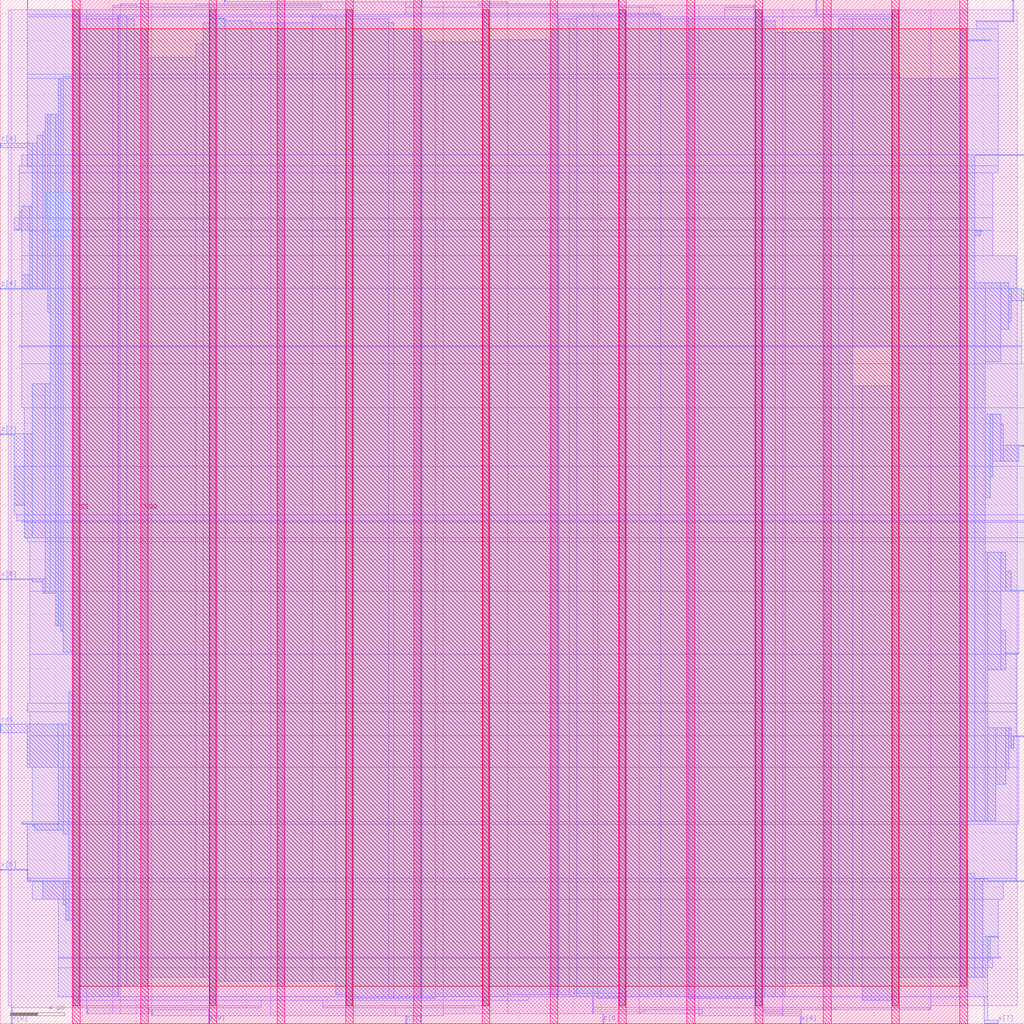
<source format=lef>
VERSION 5.8 ;
BUSBITCHARS "[]" ;
DIVIDERCHAR "/" ;
UNITS
    DATABASE MICRONS 2000 ;
END UNITS

VIA via1_2_1120_340_1_3_300_300
  VIARULE Via1Array-0 ;
  CUTSIZE 0.07 0.07 ;
  LAYERS metal1 via1 metal2 ;
  CUTSPACING 0.08 0.08 ;
  ENCLOSURE 0.035 0.05 0.035 0.035 ;
  ROWCOL 1 3 ;
END via1_2_1120_340_1_3_300_300

VIA via2_3_1120_340_1_3_320_320
  VIARULE Via2Array-0 ;
  CUTSIZE 0.07 0.07 ;
  LAYERS metal2 via2 metal3 ;
  CUTSPACING 0.09 0.09 ;
  ENCLOSURE 0.035 0.035 0.035 0.035 ;
  ROWCOL 1 3 ;
END via2_3_1120_340_1_3_320_320

VIA via3_4_1120_340_1_3_320_320
  VIARULE Via3Array-0 ;
  CUTSIZE 0.07 0.07 ;
  LAYERS metal3 via3 metal4 ;
  CUTSPACING 0.09 0.09 ;
  ENCLOSURE 0.035 0.035 0.035 0.035 ;
  ROWCOL 1 3 ;
END via3_4_1120_340_1_3_320_320

VIA via4_5_1120_340_1_2_600_600
  VIARULE Via4Array-0 ;
  CUTSIZE 0.14 0.14 ;
  LAYERS metal4 via4 metal5 ;
  CUTSPACING 0.16 0.16 ;
  ENCLOSURE 0 0 0 0 ;
  ROWCOL 1 2 ;
END via4_5_1120_340_1_2_600_600

VIA via5_6_1120_340_1_2_600_600
  VIARULE Via5Array-0 ;
  CUTSIZE 0.14 0.14 ;
  LAYERS metal5 via5 metal6 ;
  CUTSPACING 0.16 0.16 ;
  ENCLOSURE 0 0 0.06 0 ;
  ROWCOL 1 2 ;
END via5_6_1120_340_1_2_600_600

MACRO iir
  FOREIGN iir 0 0 ;
  CLASS BLOCK ;
  SIZE 75 BY 75 ;
  PIN clk
    DIRECTION INPUT ;
    USE SIGNAL ;
    PORT
      LAYER metal2 ;
        RECT  59.72 74.93 59.79 75 ;
    END
  END clk
  PIN rst
    DIRECTION INPUT ;
    USE SIGNAL ;
    PORT
      LAYER metal3 ;
        RECT  0 21.875 0.07 21.945 ;
    END
  END rst
  PIN x[0]
    DIRECTION INPUT ;
    USE SIGNAL ;
    PORT
      LAYER metal2 ;
        RECT  16.4 74.93 16.47 75 ;
    END
  END x[0]
  PIN x[10]
    DIRECTION INPUT ;
    USE SIGNAL ;
    PORT
      LAYER metal3 ;
        RECT  74.93 63.595 75 63.665 ;
    END
  END x[10]
  PIN x[1]
    DIRECTION INPUT ;
    USE SIGNAL ;
    PORT
      LAYER metal3 ;
        RECT  74.93 42.315 75 42.385 ;
    END
  END x[1]
  PIN x[2]
    DIRECTION INPUT ;
    USE SIGNAL ;
    PORT
      LAYER metal3 ;
        RECT  74.93 21.035 75 21.105 ;
    END
  END x[2]
  PIN x[3]
    DIRECTION INPUT ;
    USE SIGNAL ;
    PORT
      LAYER metal2 ;
        RECT  74.16 74.93 74.23 75 ;
    END
  END x[3]
  PIN x[4]
    DIRECTION INPUT ;
    USE SIGNAL ;
    PORT
      LAYER metal2 ;
        RECT  58.58 0 58.65 0.07 ;
    END
  END x[4]
  PIN x[5]
    DIRECTION INPUT ;
    USE SIGNAL ;
    PORT
      LAYER metal3 ;
        RECT  0 32.515 0.07 32.585 ;
    END
  END x[5]
  PIN x[6]
    DIRECTION INPUT ;
    USE SIGNAL ;
    PORT
      LAYER metal3 ;
        RECT  0 11.235 0.07 11.305 ;
    END
  END x[6]
  PIN x[7]
    DIRECTION INPUT ;
    USE SIGNAL ;
    PORT
      LAYER metal2 ;
        RECT  73.02 0 73.09 0.07 ;
    END
  END x[7]
  PIN x[8]
    DIRECTION INPUT ;
    USE SIGNAL ;
    PORT
      LAYER metal2 ;
        RECT  0.82 0 0.89 0.07 ;
    END
  END x[8]
  PIN x[9]
    DIRECTION INPUT ;
    USE SIGNAL ;
    PORT
      LAYER metal2 ;
        RECT  15.26 0 15.33 0.07 ;
    END
  END x[9]
  PIN z[0]
    DIRECTION OUTPUT ;
    USE SIGNAL ;
    PORT
      LAYER metal2 ;
        RECT  30.84 74.93 30.91 75 ;
    END
  END z[0]
  PIN z[10]
    DIRECTION OUTPUT ;
    USE SIGNAL ;
    PORT
      LAYER metal3 ;
        RECT  74.93 10.395 75 10.465 ;
    END
  END z[10]
  PIN z[1]
    DIRECTION OUTPUT ;
    USE SIGNAL ;
    PORT
      LAYER metal2 ;
        RECT  29.7 0 29.77 0.07 ;
    END
  END z[1]
  PIN z[2]
    DIRECTION OUTPUT ;
    USE SIGNAL ;
    PORT
      LAYER metal2 ;
        RECT  1.96 74.93 2.03 75 ;
    END
  END z[2]
  PIN z[3]
    DIRECTION OUTPUT ;
    USE SIGNAL ;
    PORT
      LAYER metal3 ;
        RECT  74.93 52.955 75 53.025 ;
    END
  END z[3]
  PIN z[4]
    DIRECTION OUTPUT ;
    USE SIGNAL ;
    PORT
      LAYER metal3 ;
        RECT  0 53.795 0.07 53.865 ;
    END
  END z[4]
  PIN z[5]
    DIRECTION OUTPUT ;
    USE SIGNAL ;
    PORT
      LAYER metal2 ;
        RECT  45.28 74.93 45.35 75 ;
    END
  END z[5]
  PIN z[6]
    DIRECTION OUTPUT ;
    USE SIGNAL ;
    PORT
      LAYER metal2 ;
        RECT  44.14 0 44.21 0.07 ;
    END
  END z[6]
  PIN z[7]
    DIRECTION OUTPUT ;
    USE SIGNAL ;
    PORT
      LAYER metal3 ;
        RECT  0 43.155 0.07 43.225 ;
    END
  END z[7]
  PIN z[8]
    DIRECTION OUTPUT ;
    USE SIGNAL ;
    PORT
      LAYER metal3 ;
        RECT  0 64.435 0.07 64.505 ;
    END
  END z[8]
  PIN z[9]
    DIRECTION OUTPUT ;
    USE SIGNAL ;
    PORT
      LAYER metal3 ;
        RECT  74.93 31.675 75 31.745 ;
    END
  END z[9]
  PIN VSS
    DIRECTION INOUT ;
    USE GROUND ;
    PORT
      LAYER metal6 ;
        RECT  65.29 0 65.85 75 ;
        RECT  55.29 0 55.85 75 ;
        RECT  45.29 0 45.85 75 ;
        RECT  35.29 0 35.85 75 ;
        RECT  25.29 0 25.85 75 ;
        RECT  15.29 0 15.85 75 ;
        RECT  5.29 0 5.85 75 ;
    END
  END VSS
  PIN VDD
    DIRECTION INOUT ;
    USE POWER ;
    PORT
      LAYER metal6 ;
        RECT  70.29 0 70.85 75 ;
        RECT  60.29 0 60.85 75 ;
        RECT  50.29 0 50.85 75 ;
        RECT  40.29 0 40.85 75 ;
        RECT  30.29 0 30.85 75 ;
        RECT  20.29 0 20.85 75 ;
        RECT  10.29 0 10.85 75 ;
    END
  END VDD
  OBS
    LAYER metal1 ;
     RECT  0.57 1.315 0.82 74.285 ;
     RECT  0.82 1.155 6.33 74.285 ;
     RECT  6.33 0.735 8.23 74.285 ;
     RECT  8.23 0.735 8.8 74.585 ;
     RECT  8.8 0.735 11.08 74.725 ;
     RECT  11.08 0.595 19.82 74.725 ;
     RECT  19.82 0.595 32.43 74.865 ;
     RECT  32.43 0.735 37.18 74.865 ;
     RECT  37.18 0.735 43.45 74.725 ;
     RECT  43.45 1.155 45.35 74.725 ;
     RECT  45.35 1.155 46.8 74.585 ;
     RECT  46.8 0.735 51.17 74.585 ;
     RECT  51.17 0.595 55.23 74.585 ;
     RECT  55.23 0.595 57.32 74.285 ;
     RECT  57.32 1.015 68.15 74.285 ;
     RECT  68.15 1.315 74.48 74.285 ;
     RECT  74.48 14.595 74.61 14.665 ;
    LAYER metal2 ;
     RECT  72.07 0 72.9 0.035 ;
     RECT  72.07 0.035 73.09 0.245 ;
     RECT  29.7 0.035 29.77 0.595 ;
     RECT  58.58 0.035 58.65 0.595 ;
     RECT  44.14 0.035 44.21 0.735 ;
     RECT  51.17 0.595 51.24 0.735 ;
     RECT  57.25 0.595 58.65 0.735 ;
     RECT  11.08 0.595 11.15 0.875 ;
     RECT  43.38 0.735 46.87 0.875 ;
     RECT  56.11 0.735 58.65 0.875 ;
     RECT  10.89 0.875 11.15 1.015 ;
     RECT  15.26 0.035 15.33 1.015 ;
     RECT  43.38 0.875 47.25 1.015 ;
     RECT  51.17 0.735 51.43 1.015 ;
     RECT  55.92 0.875 58.65 1.015 ;
     RECT  6.33 0.735 6.4 1.155 ;
     RECT  10.89 1.015 15.33 1.155 ;
     RECT  28.94 0.595 32.43 1.155 ;
     RECT  43.38 1.015 51.43 1.155 ;
     RECT  55.92 1.015 61.12 1.155 ;
     RECT  68.08 1.015 68.15 1.155 ;
     RECT  0.82 0.035 0.89 1.225 ;
     RECT  6.33 1.155 19.13 1.33 ;
     RECT  23.62 1.155 34.71 1.33 ;
     RECT  5.34 1.33 19.13 1.715 ;
     RECT  23.62 1.33 35.8 1.715 ;
     RECT  5.34 1.715 38.7 1.995 ;
     RECT  43.38 1.155 68.15 1.995 ;
     RECT  72.07 0.245 72.33 1.995 ;
     RECT  4.24 1.995 72.33 4.095 ;
     RECT  4.24 4.095 72.71 4.795 ;
     RECT  4.24 4.795 73.28 4.865 ;
     RECT  4.24 4.865 73.09 9.135 ;
     RECT  2.34 9.135 73.47 10.395 ;
     RECT  2.15 10.395 74.42 10.675 ;
     RECT  1.96 10.675 74.42 14.595 ;
     RECT  1.58 14.595 74.61 14.805 ;
     RECT  2.34 14.805 74.61 18.795 ;
     RECT  2.15 18.795 74.61 21.105 ;
     RECT  2.15 21.105 74.42 22.855 ;
     RECT  1.96 22.855 74.42 23.485 ;
     RECT  2.15 23.485 74.42 27.055 ;
     RECT  2.15 27.055 74.61 31.675 ;
     RECT  2.15 31.675 74.99 35.315 ;
     RECT  1.96 35.315 74.99 35.595 ;
     RECT  1.77 35.595 74.99 36.715 ;
     RECT  1.58 36.715 74.99 36.855 ;
     RECT  1.2 36.855 74.99 37.275 ;
     RECT  1.01 37.275 74.99 40.845 ;
     RECT  1.77 40.845 74.99 45.115 ;
     RECT  1.58 45.115 74.99 48.335 ;
     RECT  1.58 48.335 74.8 49.595 ;
     RECT  1.39 49.595 74.8 49.665 ;
     RECT  1.58 49.665 74.8 53.865 ;
     RECT  1.58 53.865 74.42 56.245 ;
     RECT  1.58 56.245 72.71 58.135 ;
     RECT  1.01 58.135 72.71 59.045 ;
     RECT  1.39 59.045 72.71 62.335 ;
     RECT  1.39 62.335 73.09 62.825 ;
     RECT  1.58 62.825 73.09 63.665 ;
     RECT  1.96 63.665 73.09 69.265 ;
     RECT  1.96 69.265 65.87 69.545 ;
     RECT  70.34 69.265 73.09 72.87 ;
     RECT  71.5 72.87 73.09 73.395 ;
     RECT  71.5 73.395 74.23 73.465 ;
     RECT  1.96 69.545 65.8 73.745 ;
     RECT  1.96 73.745 48.39 73.885 ;
     RECT  59.72 73.745 65.8 73.885 ;
     RECT  29.7 73.885 48.39 74.025 ;
     RECT  1.96 73.885 25.8 74.27 ;
     RECT  53.07 73.745 55.8 74.27 ;
     RECT  65.34 73.885 65.8 74.27 ;
     RECT  8.23 74.27 23.5 74.445 ;
     RECT  29.7 74.025 47.82 74.445 ;
     RECT  53.07 74.27 55.23 74.445 ;
     RECT  8.23 74.445 10.01 74.585 ;
     RECT  14.31 74.445 23.5 74.585 ;
     RECT  35.02 74.445 45.35 74.585 ;
     RECT  55.16 74.445 55.23 74.585 ;
     RECT  8.8 74.585 8.87 74.725 ;
     RECT  16.4 74.585 23.5 74.725 ;
     RECT  35.02 74.585 40.22 74.725 ;
     RECT  16.4 74.725 19.89 74.865 ;
     RECT  29.7 74.445 30.91 74.865 ;
     RECT  37.11 74.725 37.18 74.865 ;
     RECT  1.96 74.27 2.03 74.965 ;
     RECT  16.4 74.865 16.47 74.965 ;
     RECT  30.84 74.865 30.91 74.965 ;
     RECT  45.28 74.585 45.35 74.965 ;
     RECT  59.72 73.885 59.79 74.965 ;
     RECT  74.16 73.465 74.23 74.965 ;
    LAYER metal3 ;
     RECT  0 21.315 0.035 21.805 ;
     RECT  0 64.155 0.035 64.365 ;
     RECT  0.035 43.155 1.01 43.225 ;
     RECT  1.01 58.135 1.39 58.205 ;
     RECT  0.035 53.795 1.58 53.865 ;
     RECT  1.39 58.135 1.58 59.465 ;
     RECT  1.01 37.975 1.77 43.225 ;
     RECT  0.035 11.235 1.96 11.305 ;
     RECT  0.035 21.315 1.96 21.945 ;
     RECT  0.035 64.155 1.96 64.505 ;
     RECT  1.96 10.395 2.03 11.305 ;
     RECT  1.58 53.795 2.15 54.845 ;
     RECT  1.58 58.135 2.15 59.885 ;
     RECT  1.58 14.595 2.34 14.665 ;
     RECT  0.035 32.515 2.34 32.585 ;
     RECT  1.77 35.595 2.34 43.225 ;
     RECT  2.15 53.795 2.34 59.885 ;
     RECT  1.96 62.755 2.34 64.505 ;
     RECT  2.34 14.455 2.53 14.665 ;
     RECT  2.34 53.795 2.72 64.505 ;
     RECT  2.03 10.395 3.1 10.465 ;
     RECT  2.34 32.375 3.1 32.585 ;
     RECT  2.72 53.795 3.1 65.065 ;
     RECT  3.1 31.535 3.29 32.585 ;
     RECT  2.34 35.595 3.29 46.865 ;
     RECT  3.1 53.795 3.29 65.345 ;
     RECT  3.29 53.795 3.48 66.605 ;
     RECT  3.29 31.535 3.67 46.865 ;
     RECT  3.48 52.115 3.67 66.605 ;
     RECT  3.67 31.535 4.05 66.605 ;
     RECT  2.53 14.175 4.24 14.665 ;
     RECT  1.96 18.795 4.24 21.945 ;
     RECT  4.05 29.155 4.24 66.605 ;
     RECT  4.24 29.155 4.43 69.265 ;
     RECT  3.1 9.135 4.62 10.465 ;
     RECT  4.24 14.175 4.62 21.945 ;
     RECT  4.43 28.735 4.62 69.265 ;
     RECT  4.62 8.715 4.81 10.465 ;
     RECT  4.81 7.595 5 10.465 ;
     RECT  4.62 13.895 5 21.945 ;
     RECT  5 7.595 5.34 24.325 ;
     RECT  4.62 27.195 5.34 69.405 ;
     RECT  5.34 1.33 5.8 74.27 ;
     RECT  5.8 1.995 8.61 73.605 ;
     RECT  8.61 1.995 8.68 73.885 ;
     RECT  8.68 2.73 9.25 73.885 ;
     RECT  9.25 2.73 9.82 73.605 ;
     RECT  9.82 2.73 10.8 72.87 ;
     RECT  10.8 3.395 14.31 70.805 ;
     RECT  14.31 3.395 14.88 71.785 ;
     RECT  14.88 3.395 15.34 73.325 ;
     RECT  15.34 1.33 15.8 74.27 ;
     RECT  15.8 3.115 16.47 73.605 ;
     RECT  16.47 3.115 18.37 73.465 ;
     RECT  18.37 3.115 20.34 73.325 ;
     RECT  20.34 2.73 20.8 73.325 ;
     RECT  20.8 3.115 22.86 73.325 ;
     RECT  22.86 3.115 24.57 73.885 ;
     RECT  24.57 2.135 25.34 73.885 ;
     RECT  25.34 1.33 25.8 74.27 ;
     RECT  25.8 1.855 28.44 73.605 ;
     RECT  28.44 1.855 28.82 73.325 ;
     RECT  28.82 1.855 30.8 72.87 ;
     RECT  30.8 1.855 30.91 72.345 ;
     RECT  30.91 1.855 31.86 71.925 ;
     RECT  31.86 1.995 35.34 71.925 ;
     RECT  35.34 1.33 35.8 74.27 ;
     RECT  35.8 1.995 37.18 72.065 ;
     RECT  37.18 2.135 40.34 72.065 ;
     RECT  40.34 2.135 40.91 72.87 ;
     RECT  40.91 2.135 41.67 73.605 ;
     RECT  41.67 1.995 42.24 73.605 ;
     RECT  42.24 1.995 43.76 73.885 ;
     RECT  43.76 1.855 45.34 73.885 ;
     RECT  45.34 1.33 45.8 74.27 ;
     RECT  45.8 1.995 48.39 74.025 ;
     RECT  48.39 1.995 50.41 73.605 ;
     RECT  50.41 1.855 55.34 73.605 ;
     RECT  55.34 1.33 55.8 74.27 ;
     RECT  55.8 1.995 55.99 73.605 ;
     RECT  55.99 1.995 56.75 73.465 ;
     RECT  56.75 1.995 57.51 72.625 ;
     RECT  57.51 2.975 60.34 72.625 ;
     RECT  60.34 2.73 61.43 72.87 ;
     RECT  61.43 2.73 62.45 73.605 ;
     RECT  62.45 2.73 63.14 46.725 ;
     RECT  63.14 1.715 65.34 46.725 ;
     RECT  62.45 49.595 65.34 73.605 ;
     RECT  65.34 1.33 65.8 74.27 ;
     RECT  65.8 3.395 70.34 69.265 ;
     RECT  70.34 2.73 70.8 72.87 ;
     RECT  70.8 3.395 70.81 12.005 ;
     RECT  70.81 3.395 71.38 11.025 ;
     RECT  70.8 14.875 71.38 63.665 ;
     RECT  71.38 57.715 71.76 58.065 ;
     RECT  71.38 3.395 71.95 10.605 ;
     RECT  71.76 57.995 71.95 58.065 ;
     RECT  71.38 14.875 72.14 54.285 ;
     RECT  71.95 3.395 72.33 6.405 ;
     RECT  71.95 10.395 72.33 10.605 ;
     RECT  72.14 14.875 72.33 34.545 ;
     RECT  72.33 4.655 72.52 6.405 ;
     RECT  72.14 38.535 72.52 44.625 ;
     RECT  70.8 71.995 72.52 72.065 ;
     RECT  72.52 40.075 72.71 44.625 ;
     RECT  72.33 14.875 72.9 21.665 ;
     RECT  72.52 6.335 73.09 6.405 ;
     RECT  72.33 25.935 73.28 34.545 ;
     RECT  72.71 41.195 73.28 44.625 ;
     RECT  72.14 48.475 73.28 54.285 ;
     RECT  73.28 41.195 73.47 43.925 ;
     RECT  72.9 17.535 73.66 21.665 ;
     RECT  73.28 25.935 73.66 28.805 ;
     RECT  73.28 31.675 73.66 34.545 ;
     RECT  73.66 18.655 73.85 21.665 ;
     RECT  73.28 50.855 73.85 54.285 ;
     RECT  73.85 20.195 74.04 21.665 ;
     RECT  73.66 31.675 74.04 33.145 ;
     RECT  73.85 51.415 74.04 53.865 ;
     RECT  74.04 20.195 74.23 21.105 ;
     RECT  73.66 27.055 74.61 27.125 ;
     RECT  73.47 41.195 74.61 42.385 ;
     RECT  74.04 52.955 74.8 53.865 ;
     RECT  72.33 10.395 74.965 10.465 ;
     RECT  74.23 21.035 74.965 21.105 ;
     RECT  74.04 31.675 74.965 31.745 ;
     RECT  74.61 42.315 74.965 42.385 ;
     RECT  74.8 52.955 74.965 53.725 ;
     RECT  71.38 63.595 74.965 63.665 ;
     RECT  74.965 53.095 75 53.725 ;
    LAYER metal4 ;
     RECT  45.34 1.33 45.8 2.24 ;
     RECT  5.34 1.33 5.8 2.73 ;
     RECT  15.34 1.33 15.8 2.73 ;
     RECT  25.34 1.33 25.8 2.73 ;
     RECT  35.34 1.33 35.8 2.73 ;
     RECT  42.025 2.24 45.8 2.73 ;
     RECT  55.34 1.33 55.8 2.73 ;
     RECT  65.34 1.33 65.8 2.73 ;
     RECT  5.34 2.73 70.8 57.68 ;
     RECT  3.665 57.68 70.8 58.94 ;
     RECT  3.385 58.94 70.8 60.9 ;
     RECT  5.34 60.9 70.8 72.87 ;
     RECT  15.34 72.87 16.405 73.64 ;
     RECT  5.34 72.87 5.8 74.27 ;
     RECT  15.34 73.64 15.8 74.27 ;
     RECT  25.34 72.87 25.8 74.27 ;
     RECT  35.34 72.87 35.8 74.27 ;
     RECT  45.34 72.87 45.8 74.27 ;
     RECT  55.34 72.87 55.8 74.27 ;
     RECT  65.34 72.87 65.8 74.27 ;
    LAYER metal5 ;
     RECT  5.35 1.33 5.79 74.27 ;
     RECT  5.79 2.73 15.35 72.87 ;
     RECT  15.35 1.33 15.79 74.27 ;
     RECT  15.79 2.73 25.35 72.87 ;
     RECT  25.35 1.33 25.79 74.27 ;
     RECT  25.79 2.73 35.35 72.87 ;
     RECT  35.35 1.33 35.79 74.27 ;
     RECT  35.79 2.73 45.35 72.87 ;
     RECT  45.35 1.33 45.79 74.27 ;
     RECT  45.79 2.73 55.35 72.87 ;
     RECT  55.35 1.33 55.79 74.27 ;
     RECT  55.79 2.73 65.35 72.87 ;
     RECT  65.35 1.33 65.79 74.27 ;
     RECT  65.79 2.73 70.79 72.87 ;
    LAYER metal6 ;
     RECT  5.29 0 70.85 75 ;
  END
END iir
END LIBRARY

</source>
